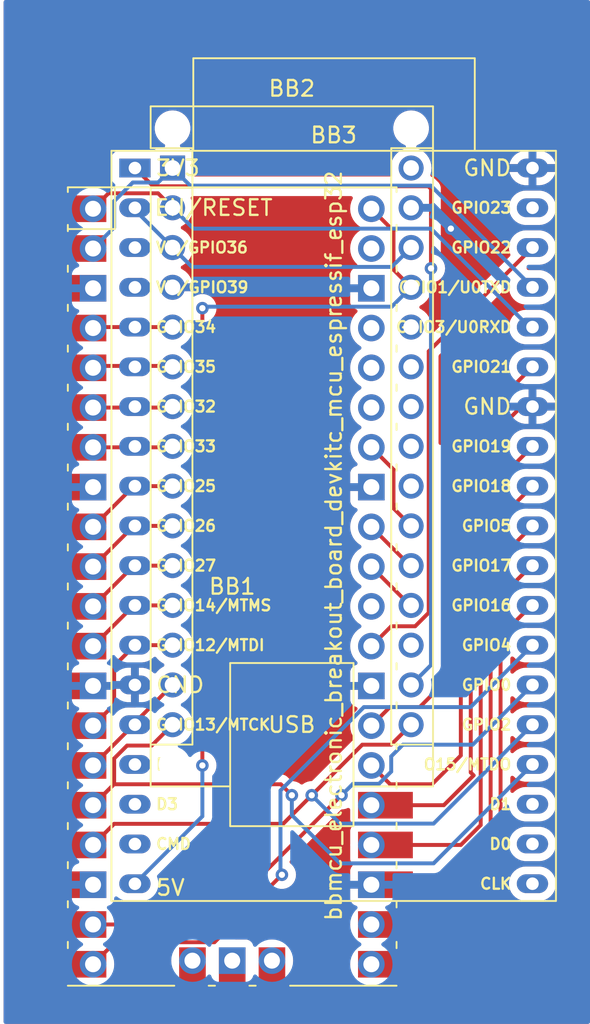
<source format=kicad_pcb>
(kicad_pcb (version 20221018) (generator pcbnew)
  (layers (0 "F.Cu" signal) (31 "B.Cu" signal) (34 "B.Paste" user) (35 "F.Paste" user) (36 "B.SilkS" user "B.Silkscreen") (37 "F.SilkS" user "F.Silkscreen") (38 "B.Mask" user) (39 "F.Mask" user) (44 "Edge.Cuts" user))
  (net 0 "")
  (net 1 "/d1_zz")
  (net 2 "/d0_zz")
  (net 3 "/reset_zz")
  (net 4 "GND")
  (net 5 "/d2_zz")
  (net 6 "/d3_zz")
  (net 7 "/d4_zz")
  (net 8 "/d5_zz")
  (net 9 "/d6_zz")
  (net 10 "/d7_zz")
  (net 11 "/d8_zz")
  (net 12 "/d9_zz")
  (net 13 "/d10_zz")
  (net 14 "/d11_zz")
  (net 15 "/d12_zz")
  (net 16 "/d13_zz")
  (net 17 "+3V3")
  (net 18 "/aref_zz")
  (net 19 "/a0_zz")
  (net 20 "/a1_zz")
  (net 21 "/a2_zz")
  (net 22 "/a3_zz")
  (net 23 "/a4_zz")
  (net 24 "/a5_zz")
  (net 25 "/a6_zz")
  (net 26 "/a7_zz")
  (net 27 "+5V")
  (net 28 "/vin_zz")
  (net 37 "/d14_zz")
  (net 38 "/d15_zz")
  (net 39 "/d16_zz")
  (net 40 "/d17_zz")
  (net 41 "/d18_zz")
  (net 42 "/d19_zz")
  (net 43 "/d20_zz")
  (net 44 "/d21_zz")
  (net 45 "/d22_zz")
  (net 46 "/d23_zz")
  (net 47 "/run_zz")
  (net 48 "/ref_zz")
  (net 49 "/3v3_out_zz")
  (net 50 "/3v3_enable_zz")
  (net 51 "/vsys_zz")
  (footprint "oomlout_oomp_part_footprints:bbmcu_electronic_breakout_board_devkitc_mcu_espressif_esp32" (layer "F.Cu") (at 54.745 44.38812)
    (fp_text reference "BB3" (at 12.7 -2.1) (layer "F.SilkS"))
    (fp_text value "bbmcu_electronic_breakout_board_devkitc_mcu_espressif_esp32" (at 12.7 24.13 90) (layer "F.SilkS"))
    (fp_text user "GPIO14/MTMS" (at 1.27 27.94 unlocked) (layer "F.SilkS") (effects (font (size 0.7 0.7)) (justify left)))
    (fp_text user "GND" (at 24.13 15.24 unlocked) (layer "F.SilkS") (effects (justify right)))
    (fp_text user "GND" (at 24.13 0 unlocked) (layer "F.SilkS") (effects (justify right)))
    (fp_text user "GPIO35" (at 1.27 12.7 unlocked) (layer "F.SilkS") (effects (font (size 0.7 0.7)) (justify left)))
    (fp_text user "D3" (at 1.27 40.64 unlocked) (layer "F.SilkS") (effects (font (size 0.7 0.7)) (justify left)))
    (fp_text user "GPIO13/MTCK" (at 1.27 35.56 unlocked) (layer "F.SilkS") (effects (font (size 0.7 0.7)) (justify left)))
    (fp_text user "GPIO18" (at 24.13 20.32 unlocked) (layer "F.SilkS") (effects (font (size 0.7 0.7)) (justify right)))
    (fp_text user "GPIO27" (at 1.27 25.4 unlocked) (layer "F.SilkS") (effects (font (size 0.7 0.7)) (justify left)))
    (fp_text user "GPIO34" (at 1.27 10.16 unlocked) (layer "F.SilkS") (effects (font (size 0.7 0.7)) (justify left)))
    (fp_text user "3V3" (at 1.27 0 unlocked) (layer "F.SilkS") (effects (justify left)))
    (fp_text user "GPIO0" (at 24.13 33.02 unlocked) (layer "F.SilkS") (effects (font (size 0.7 0.7)) (justify right)))
    (fp_text user "GPIO26" (at 1.27 22.86 unlocked) (layer "F.SilkS") (effects (font (size 0.7 0.7)) (justify left)))
    (fp_text user "D1" (at 24.13 40.64 unlocked) (layer "F.SilkS") (effects (font (size 0.7 0.7)) (justify right)))
    (fp_text user "GND" (at 1.27 33.02 unlocked) (layer "F.SilkS") (effects (justify left)))
    (fp_text user "D2" (at 1.27 38.1 unlocked) (layer "F.SilkS") (effects (font (size 0.7 0.7)) (justify left)))
    (fp_text user "GPIO19" (at 24.13 17.78 unlocked) (layer "F.SilkS") (effects (font (size 0.7 0.7)) (justify right)))
    (fp_text user "CMD" (at 1.27 43.18 unlocked) (layer "F.SilkS") (effects (font (size 0.7 0.7)) (justify left)))
    (fp_text user "GPIO25" (at 1.27 20.32 unlocked) (layer "F.SilkS") (effects (font (size 0.7 0.7)) (justify left)))
    (fp_text user "GPIO23" (at 24.13 2.54 unlocked) (layer "F.SilkS") (effects (font (size 0.7 0.7)) (justify right)))
    (fp_text user "GPIO17" (at 24.13 25.4 unlocked) (layer "F.SilkS") (effects (font (size 0.7 0.7)) (justify right)))
    (fp_text user "GPIO22" (at 24.13 5.08 unlocked) (layer "F.SilkS") (effects (font (size 0.7 0.7)) (justify right)))
    (fp_text user "GPIO12/MTDI" (at 1.27 30.48 unlocked) (layer "F.SilkS") (effects (font (size 0.7 0.7)) (justify left)))
    (fp_text user "GPIO16" (at 24.13 27.94 unlocked) (layer "F.SilkS") (effects (font (size 0.7 0.7)) (justify right)))
    (fp_text user "GPIO3/U0RXD" (at 24.13 10.16 unlocked) (layer "F.SilkS") (effects (font (size 0.7 0.7)) (justify right)))
    (fp_text user "GPIO5" (at 24.13 22.86 unlocked) (layer "F.SilkS") (effects (font (size 0.7 0.7)) (justify right)))
    (fp_text user "GPIO15/MTDO" (at 24.13 38.1 unlocked) (layer "F.SilkS") (effects (font (size 0.7 0.7)) (justify right)))
    (fp_text user "VN/GPIO39" (at 1.27 7.62 unlocked) (layer "F.SilkS") (effects (font (size 0.7 0.7)) (justify left)))
    (fp_text user "GPIO33" (at 1.27 17.78 unlocked) (layer "F.SilkS") (effects (font (size 0.7 0.7)) (justify left)))
    (fp_text user "5V" (at 1.26632 45.97128 unlocked) (layer "F.SilkS") (effects (justify left)))
    (fp_text user "GPIO2" (at 24.13 35.56 unlocked) (layer "F.SilkS") (effects (font (size 0.7 0.7)) (justify right)))
    (fp_text user "GPIO21" (at 24.13 12.7 unlocked) (layer "F.SilkS") (effects (font (size 0.7 0.7)) (justify right)))
    (fp_text user "CLK" (at 24.13 45.72 unlocked) (layer "F.SilkS") (effects (font (size 0.7 0.7)) (justify right)))
    (fp_text user "GPIO4" (at 24.13 30.48 unlocked) (layer "F.SilkS") (effects (font (size 0.7 0.7)) (justify right)))
    (fp_text user "EN/RESET" (at 8.88632 2.53728 unlocked) (layer "F.SilkS") (effects (justify right)))
    (fp_text user "VP/GPIO36" (at 1.27 5.08 unlocked) (layer "F.SilkS") (effects (font (size 0.7 0.7)) (justify left)))
    (fp_text user "D0" (at 24.13 43.18 unlocked) (layer "F.SilkS") (effects (font (size 0.7 0.7)) (justify right)))
    (fp_text user "GPIO1/U0TXD" (at 24.13 7.62 unlocked) (layer "F.SilkS") (effects (font (size 0.7 0.7)) (justify right)))
    (fp_text user "GPIO32" (at 1.27 15.24 unlocked) (layer "F.SilkS") (effects (font (size 0.7 0.7)) (justify left)))
    (fp_line (start -1.5 46.82) (end 26.899999 46.82) (stroke (width 0.12)) (layer "F.SilkS"))
    (fp_line (start -1.499999 -1.1) (end -1.5 46.82) (stroke (width 0.12)) (layer "F.SilkS"))
    (fp_line (start 3.73012 -7.01312) (end 21.71332 -7.01312) (stroke (width 0.12)) (layer "F.SilkS"))
    (fp_line (start 3.73012 -1.12032) (end 3.73012 -7.01312) (stroke (width 0.12)) (layer "F.SilkS"))
    (fp_line (start 21.71332 -7.01312) (end 21.71332 -1.12032) (stroke (width 0.12)) (layer "F.SilkS"))
    (fp_line (start 26.899999 46.82) (end 26.9 -1.1) (stroke (width 0.12)) (layer "F.SilkS"))
    (fp_line (start 26.9 -1.1) (end -1.499999 -1.1) (stroke (width 0.12)) (layer "F.SilkS"))
    (pad "1" thru_hole rect (at 0 0 270) (size 1.2 2) (drill 0.8) (layers "*.Cu" "*.Mask") (net 17 "+3V3"))
    (pad "2" thru_hole oval (at 0 2.54 270) (size 1.2 2) (drill 0.8) (layers "*.Cu" "*.Mask") (net 3 "/reset_zz"))
    (pad "3" thru_hole oval (at 0 5.08 270) (size 1.2 2) (drill 0.8) (layers "*.Cu" "*.Mask"))
    (pad "4" thru_hole oval (at 0 7.62 270) (size 1.2 2) (drill 0.8) (layers "*.Cu" "*.Mask"))
    (pad "5" thru_hole oval (at 0 10.16 270) (size 1.2 2) (drill 0.8) (layers "*.Cu" "*.Mask") (net 5 "/d2_zz"))
    (pad "6" thru_hole oval (at 0 12.7 270) (size 1.2 2) (drill 0.8) (layers "*.Cu" "*.Mask") (net 6 "/d3_zz"))
    (pad "7" thru_hole oval (at 0 15.24 270) (size 1.2 2) (drill 0.8) (layers "*.Cu" "*.Mask") (net 7 "/d4_zz"))
    (pad "8" thru_hole oval (at 0 17.78 270) (size 1.2 2) (drill 0.8) (layers "*.Cu" "*.Mask") (net 8 "/d5_zz"))
    (pad "9" thru_hole oval (at 0 20.32 270) (size 1.2 2) (drill 0.8) (layers "*.Cu" "*.Mask") (net 9 "/d6_zz"))
    (pad "10" thru_hole oval (at 0 22.86 270) (size 1.2 2) (drill 0.8) (layers "*.Cu" "*.Mask") (net 10 "/d7_zz"))
    (pad "11" thru_hole oval (at 0 25.4 270) (size 1.2 2) (drill 0.8) (layers "*.Cu" "*.Mask") (net 11 "/d8_zz"))
    (pad "12" thru_hole oval (at 0 27.94 270) (size 1.2 2) (drill 0.8) (layers "*.Cu" "*.Mask") (net 12 "/d9_zz"))
    (pad "13" thru_hole oval (at 0 30.48 270) (size 1.2 2) (drill 0.8) (layers "*.Cu" "*.Mask") (net 13 "/d10_zz"))
    (pad "14" thru_hole oval (at 0 33.02 270) (size 1.2 2) (drill 0.8) (layers "*.Cu" "*.Mask") (net 4 "GND"))
    (pad "15" thru_hole oval (at 0 35.56 270) (size 1.2 2) (drill 0.8) (layers "*.Cu" "*.Mask") (net 14 "/d11_zz"))
    (pad "16" thru_hole oval (at 0 38.1 270) (size 1.2 2) (drill 0.8) (layers "*.Cu" "*.Mask"))
    (pad "17" thru_hole oval (at 0 40.64 270) (size 1.2 2) (drill 0.8) (layers "*.Cu" "*.Mask"))
    (pad "18" thru_hole oval (at 0 43.18 270) (size 1.2 2) (drill 0.8) (layers "*.Cu" "*.Mask"))
    (pad "19" thru_hole oval (at 0 45.72 270) (size 1.2 2) (drill 0.8) (layers "*.Cu" "*.Mask") (net 27 "+5V"))
    (pad "20" thru_hole oval (at 25.39632 45.71728 270) (size 1.2 2) (drill 0.8) (layers "*.Cu" "*.Mask"))
    (pad "21" thru_hole oval (at 25.39632 43.17728 270) (size 1.2 2) (drill 0.8) (layers "*.Cu" "*.Mask"))
    (pad "22" thru_hole oval (at 25.4 40.64 270) (size 1.2 2) (drill 0.8) (layers "*.Cu" "*.Mask"))
    (pad "23" thru_hole oval (at 25.4 38.1 270) (size 1.2 2) (drill 0.8) (layers "*.Cu" "*.Mask") (net 15 "/d12_zz"))
    (pad "24" thru_hole oval (at 25.4 35.56 270) (size 1.2 2) (drill 0.8) (layers "*.Cu" "*.Mask") (net 16 "/d13_zz"))
    (pad "25" thru_hole oval (at 25.4 33.02 270) (size 1.2 2) (drill 0.8) (layers "*.Cu" "*.Mask") (net 37 "/d14_zz"))
    (pad "26" thru_hole oval (at 25.4 30.48 270) (size 1.2 2) (drill 0.8) (layers "*.Cu" "*.Mask") (net 38 "/d15_zz"))
    (pad "27" thru_hole oval (at 25.4 27.94 270) (size 1.2 2) (drill 0.8) (layers "*.Cu" "*.Mask") (net 39 "/d16_zz"))
    (pad "28" thru_hole oval (at 25.4 25.4 270) (size 1.2 2) (drill 0.8) (layers "*.Cu" "*.Mask") (net 40 "/d17_zz"))
    (pad "29" thru_hole oval (at 25.4 22.86 270) (size 1.2 2) (drill 0.8) (layers "*.Cu" "*.Mask") (net 41 "/d18_zz"))
    (pad "30" thru_hole oval (at 25.4 20.32 270) (size 1.2 2) (drill 0.8) (layers "*.Cu" "*.Mask") (net 42 "/d19_zz"))
    (pad "31" thru_hole oval (at 25.4 17.78 270) (size 1.2 2) (drill 0.8) (layers "*.Cu" "*.Mask") (net 43 "/d20_zz"))
    (pad "32" thru_hole oval (at 25.4 15.24 270) (size 1.2 2) (drill 0.8) (layers "*.Cu" "*.Mask") (net 4 "GND"))
    (pad "33" thru_hole oval (at 25.4 12.7 270) (size 1.2 2) (drill 0.8) (layers "*.Cu" "*.Mask") (net 44 "/d21_zz"))
    (pad "34" thru_hole oval (at 25.4 10.16 270) (size 1.2 2) (drill 0.8) (layers "*.Cu" "*.Mask") (net 2 "/d0_zz"))
    (pad "35" thru_hole oval (at 25.4 7.62 270) (size 1.2 2) (drill 0.8) (layers "*.Cu" "*.Mask") (net 1 "/d1_zz"))
    (pad "36" thru_hole oval (at 25.4 5.08 270) (size 1.2 2) (drill 0.8) (layers "*.Cu" "*.Mask") (net 45 "/d22_zz"))
    (pad "37" thru_hole oval (at 25.4 2.54 270) (size 1.2 2) (drill 0.8) (layers "*.Cu" "*.Mask") (net 46 "/d23_zz"))
    (pad "38" thru_hole oval (at 25.4 0 270) (size 1.2 2) (drill 0.8) (layers "*.Cu" "*.Mask") (net 4 "GND"))
  )
  (footprint "oomlout_oomp_part_footprints:bbmcu_electronic_breakout_board_pico_mcu_raspberry_pi_2040" (layer "F.Cu") (at 60.96 71.12)
    (fp_text reference "BB1" (at 0 0) (layer "F.SilkS"))
    (fp_text value "bbmcu_electronic_breakout_board_pico_mcu_raspberry_pi_2040" hide)
    (fp_line (start -10.5 -25.5) (end -10.5 -25.2) (stroke (width 0.12)) (layer "F.SilkS"))
    (fp_line (start -10.5 -25.5) (end 10.5 -25.5) (stroke (width 0.12)) (layer "F.SilkS"))
    (fp_line (start -10.5 -23.1) (end -10.5 -22.7) (stroke (width 0.12)) (layer "F.SilkS"))
    (fp_line (start -10.5 -22.833) (end -7.493 -22.833) (stroke (width 0.12)) (layer "F.SilkS"))
    (fp_line (start -10.5 -20.5) (end -10.5 -20.1) (stroke (width 0.12)) (layer "F.SilkS"))
    (fp_line (start -10.5 -18) (end -10.5 -17.6) (stroke (width 0.12)) (layer "F.SilkS"))
    (fp_line (start -10.5 -15.4) (end -10.5 -15) (stroke (width 0.12)) (layer "F.SilkS"))
    (fp_line (start -10.5 -12.9) (end -10.5 -12.5) (stroke (width 0.12)) (layer "F.SilkS"))
    (fp_line (start -10.5 -10.4) (end -10.5 -10) (stroke (width 0.12)) (layer "F.SilkS"))
    (fp_line (start -10.5 -7.8) (end -10.5 -7.4) (stroke (width 0.12)) (layer "F.SilkS"))
    (fp_line (start -10.5 -5.3) (end -10.5 -4.9) (stroke (width 0.12)) (layer "F.SilkS"))
    (fp_line (start -10.5 -2.7) (end -10.5 -2.3) (stroke (width 0.12)) (layer "F.SilkS"))
    (fp_line (start -10.5 -0.2) (end -10.5 0.2) (stroke (width 0.12)) (layer "F.SilkS"))
    (fp_line (start -10.5 2.3) (end -10.5 2.7) (stroke (width 0.12)) (layer "F.SilkS"))
    (fp_line (start -10.5 4.9) (end -10.5 5.3) (stroke (width 0.12)) (layer "F.SilkS"))
    (fp_line (start -10.5 7.4) (end -10.5 7.8) (stroke (width 0.12)) (layer "F.SilkS"))
    (fp_line (start -10.5 10) (end -10.5 10.4) (stroke (width 0.12)) (layer "F.SilkS"))
    (fp_line (start -10.5 12.5) (end -10.5 12.9) (stroke (width 0.12)) (layer "F.SilkS"))
    (fp_line (start -10.5 15.1) (end -10.5 15.5) (stroke (width 0.12)) (layer "F.SilkS"))
    (fp_line (start -10.5 17.6) (end -10.5 18) (stroke (width 0.12)) (layer "F.SilkS"))
    (fp_line (start -10.5 20.1) (end -10.5 20.5) (stroke (width 0.12)) (layer "F.SilkS"))
    (fp_line (start -10.5 22.7) (end -10.5 23.1) (stroke (width 0.12)) (layer "F.SilkS"))
    (fp_line (start -7.493 -22.833) (end -7.493 -25.5) (stroke (width 0.12)) (layer "F.SilkS"))
    (fp_line (start -3.7 25.5) (end -10.5 25.5) (stroke (width 0.12)) (layer "F.SilkS"))
    (fp_line (start -1.5 25.5) (end -1.1 25.5) (stroke (width 0.12)) (layer "F.SilkS"))
    (fp_line (start 1.1 25.5) (end 1.5 25.5) (stroke (width 0.12)) (layer "F.SilkS"))
    (fp_line (start 10.5 -25.5) (end 10.5 -25.2) (stroke (width 0.12)) (layer "F.SilkS"))
    (fp_line (start 10.5 -23.1) (end 10.5 -22.7) (stroke (width 0.12)) (layer "F.SilkS"))
    (fp_line (start 10.5 -20.5) (end 10.5 -20.1) (stroke (width 0.12)) (layer "F.SilkS"))
    (fp_line (start 10.5 -18) (end 10.5 -17.6) (stroke (width 0.12)) (layer "F.SilkS"))
    (fp_line (start 10.5 -15.4) (end 10.5 -15) (stroke (width 0.12)) (layer "F.SilkS"))
    (fp_line (start 10.5 -12.9) (end 10.5 -12.5) (stroke (width 0.12)) (layer "F.SilkS"))
    (fp_line (start 10.5 -10.4) (end 10.5 -10) (stroke (width 0.12)) (layer "F.SilkS"))
    (fp_line (start 10.5 -7.8) (end 10.5 -7.4) (stroke (width 0.12)) (layer "F.SilkS"))
    (fp_line (start 10.5 -5.3) (end 10.5 -4.9) (stroke (width 0.12)) (layer "F.SilkS"))
    (fp_line (start 10.5 -2.7) (end 10.5 -2.3) (stroke (width 0.12)) (layer "F.SilkS"))
    (fp_line (start 10.5 -0.2) (end 10.5 0.2) (stroke (width 0.12)) (layer "F.SilkS"))
    (fp_line (start 10.5 2.3) (end 10.5 2.7) (stroke (width 0.12)) (layer "F.SilkS"))
    (fp_line (start 10.5 4.9) (end 10.5 5.3) (stroke (width 0.12)) (layer "F.SilkS"))
    (fp_line (start 10.5 7.4) (end 10.5 7.8) (stroke (width 0.12)) (layer "F.SilkS"))
    (fp_line (start 10.5 10) (end 10.5 10.4) (stroke (width 0.12)) (layer "F.SilkS"))
    (fp_line (start 10.5 12.5) (end 10.5 12.9) (stroke (width 0.12)) (layer "F.SilkS"))
    (fp_line (start 10.5 15.1) (end 10.5 15.5) (stroke (width 0.12)) (layer "F.SilkS"))
    (fp_line (start 10.5 17.6) (end 10.5 18) (stroke (width 0.12)) (layer "F.SilkS"))
    (fp_line (start 10.5 20.1) (end 10.5 20.5) (stroke (width 0.12)) (layer "F.SilkS"))
    (fp_line (start 10.5 22.7) (end 10.5 23.1) (stroke (width 0.12)) (layer "F.SilkS"))
    (fp_line (start 10.5 25.5) (end 3.7 25.5) (stroke (width 0.12)) (layer "F.SilkS"))
    (pad "1" thru_hole oval (at -8.89 -24.13) (size 1.7 1.7) (drill 1.02) (layers "*.Cu" "*.Mask") (net 2 "/d0_zz"))
    (pad "1" smd rect (at -8.89 -24.13) (size 3.5 1.7) (drill (offset -0.9 0)) (layers "F.Cu" "F.Mask") (net 2 "/d0_zz"))
    (pad "2" thru_hole oval (at -8.89 -21.59) (size 1.7 1.7) (drill 1.02) (layers "*.Cu" "*.Mask") (net 1 "/d1_zz"))
    (pad "2" smd rect (at -8.89 -21.59) (size 3.5 1.7) (drill (offset -0.9 0)) (layers "F.Cu" "F.Mask") (net 1 "/d1_zz"))
    (pad "3" thru_hole rect (at -8.89 -19.05) (size 1.7 1.7) (drill 1.02) (layers "*.Cu" "*.Mask") (net 4 "GND"))
    (pad "3" smd rect (at -8.89 -19.05) (size 3.5 1.7) (drill (offset -0.9 0)) (layers "F.Cu" "F.Mask") (net 4 "GND"))
    (pad "4" thru_hole oval (at -8.89 -16.51) (size 1.7 1.7) (drill 1.02) (layers "*.Cu" "*.Mask") (net 5 "/d2_zz"))
    (pad "4" smd rect (at -8.89 -16.51) (size 3.5 1.7) (drill (offset -0.9 0)) (layers "F.Cu" "F.Mask") (net 5 "/d2_zz"))
    (pad "5" thru_hole oval (at -8.89 -13.97) (size 1.7 1.7) (drill 1.02) (layers "*.Cu" "*.Mask") (net 6 "/d3_zz"))
    (pad "5" smd rect (at -8.89 -13.97) (size 3.5 1.7) (drill (offset -0.9 0)) (layers "F.Cu" "F.Mask") (net 6 "/d3_zz"))
    (pad "6" thru_hole oval (at -8.89 -11.43) (size 1.7 1.7) (drill 1.02) (layers "*.Cu" "*.Mask") (net 7 "/d4_zz"))
    (pad "6" smd rect (at -8.89 -11.43) (size 3.5 1.7) (drill (offset -0.9 0)) (layers "F.Cu" "F.Mask") (net 7 "/d4_zz"))
    (pad "7" thru_hole oval (at -8.89 -8.89) (size 1.7 1.7) (drill 1.02) (layers "*.Cu" "*.Mask") (net 8 "/d5_zz"))
    (pad "7" smd rect (at -8.89 -8.89) (size 3.5 1.7) (drill (offset -0.9 0)) (layers "F.Cu" "F.Mask") (net 8 "/d5_zz"))
    (pad "8" thru_hole rect (at -8.89 -6.35) (size 1.7 1.7) (drill 1.02) (layers "*.Cu" "*.Mask") (net 4 "GND"))
    (pad "8" smd rect (at -8.89 -6.35) (size 3.5 1.7) (drill (offset -0.9 0)) (layers "F.Cu" "F.Mask") (net 4 "GND"))
    (pad "9" thru_hole oval (at -8.89 -3.81) (size 1.7 1.7) (drill 1.02) (layers "*.Cu" "*.Mask") (net 9 "/d6_zz"))
    (pad "9" smd rect (at -8.89 -3.81) (size 3.5 1.7) (drill (offset -0.9 0)) (layers "F.Cu" "F.Mask") (net 9 "/d6_zz"))
    (pad "10" thru_hole oval (at -8.89 -1.27) (size 1.7 1.7) (drill 1.02) (layers "*.Cu" "*.Mask") (net 10 "/d7_zz"))
    (pad "10" smd rect (at -8.89 -1.27) (size 3.5 1.7) (drill (offset -0.9 0)) (layers "F.Cu" "F.Mask") (net 10 "/d7_zz"))
    (pad "11" thru_hole oval (at -8.89 1.27) (size 1.7 1.7) (drill 1.02) (layers "*.Cu" "*.Mask") (net 11 "/d8_zz"))
    (pad "11" smd rect (at -8.89 1.27) (size 3.5 1.7) (drill (offset -0.9 0)) (layers "F.Cu" "F.Mask") (net 11 "/d8_zz"))
    (pad "12" thru_hole oval (at -8.89 3.81) (size 1.7 1.7) (drill 1.02) (layers "*.Cu" "*.Mask") (net 12 "/d9_zz"))
    (pad "12" smd rect (at -8.89 3.81) (size 3.5 1.7) (drill (offset -0.9 0)) (layers "F.Cu" "F.Mask") (net 12 "/d9_zz"))
    (pad "13" thru_hole rect (at -8.89 6.35) (size 1.7 1.7) (drill 1.02) (layers "*.Cu" "*.Mask") (net 4 "GND"))
    (pad "13" smd rect (at -8.89 6.35) (size 3.5 1.7) (drill (offset -0.9 0)) (layers "F.Cu" "F.Mask") (net 4 "GND"))
    (pad "14" thru_hole oval (at -8.89 8.89) (size 1.7 1.7) (drill 1.02) (layers "*.Cu" "*.Mask") (net 13 "/d10_zz"))
    (pad "14" smd rect (at -8.89 8.89) (size 3.5 1.7) (drill (offset -0.9 0)) (layers "F.Cu" "F.Mask") (net 13 "/d10_zz"))
    (pad "15" thru_hole oval (at -8.89 11.43) (size 1.7 1.7) (drill 1.02) (layers "*.Cu" "*.Mask") (net 14 "/d11_zz"))
    (pad "15" smd rect (at -8.89 11.43) (size 3.5 1.7) (drill (offset -0.9 0)) (layers "F.Cu" "F.Mask") (net 14 "/d11_zz"))
    (pad "16" thru_hole oval (at -8.89 13.97) (size 1.7 1.7) (drill 1.02) (layers "*.Cu" "*.Mask") (net 15 "/d12_zz"))
    (pad "16" smd rect (at -8.89 13.97) (size 3.5 1.7) (drill (offset -0.9 0)) (layers "F.Cu" "F.Mask") (net 15 "/d12_zz"))
    (pad "17" thru_hole oval (at -8.89 16.51) (size 1.7 1.7) (drill 1.02) (layers "*.Cu" "*.Mask") (net 16 "/d13_zz"))
    (pad "17" smd rect (at -8.89 16.51) (size 3.5 1.7) (drill (offset -0.9 0)) (layers "F.Cu" "F.Mask") (net 16 "/d13_zz"))
    (pad "18" thru_hole rect (at -8.89 19.05) (size 1.7 1.7) (drill 1.02) (layers "*.Cu" "*.Mask") (net 4 "GND"))
    (pad "18" smd rect (at -8.89 19.05) (size 3.5 1.7) (drill (offset -0.9 0)) (layers "F.Cu" "F.Mask") (net 4 "GND"))
    (pad "19" thru_hole oval (at -8.89 21.59) (size 1.7 1.7) (drill 1.02) (layers "*.Cu" "*.Mask") (net 37 "/d14_zz"))
    (pad "19" smd rect (at -8.89 21.59) (size 3.5 1.7) (drill (offset -0.9 0)) (layers "F.Cu" "F.Mask") (net 37 "/d14_zz"))
    (pad "20" thru_hole oval (at -8.89 24.13) (size 1.7 1.7) (drill 1.02) (layers "*.Cu" "*.Mask") (net 38 "/d15_zz"))
    (pad "20" smd rect (at -8.89 24.13) (size 3.5 1.7) (drill (offset -0.9 0)) (layers "F.Cu" "F.Mask") (net 38 "/d15_zz"))
    (pad "21" thru_hole oval (at 8.89 24.13) (size 1.7 1.7) (drill 1.02) (layers "*.Cu" "*.Mask") (net 39 "/d16_zz"))
    (pad "21" smd rect (at 8.89 24.13) (size 3.5 1.7) (drill (offset 0.9 0)) (layers "F.Cu" "F.Mask") (net 39 "/d16_zz"))
    (pad "22" thru_hole oval (at 8.89 21.59) (size 1.7 1.7) (drill 1.02) (layers "*.Cu" "*.Mask") (net 40 "/d17_zz"))
    (pad "22" smd rect (at 8.89 21.59) (size 3.5 1.7) (drill (offset 0.9 0)) (layers "F.Cu" "F.Mask") (net 40 "/d17_zz"))
    (pad "23" thru_hole rect (at 8.89 19.05) (size 1.7 1.7) (drill 1.02) (layers "*.Cu" "*.Mask") (net 4 "GND"))
    (pad "23" smd rect (at 8.89 19.05) (size 3.5 1.7) (drill (offset 0.9 0)) (layers "F.Cu" "F.Mask") (net 4 "GND"))
    (pad "24" thru_hole oval (at 8.89 16.51) (size 1.7 1.7) (drill 1.02) (layers "*.Cu" "*.Mask") (net 41 "/d18_zz"))
    (pad "24" smd rect (at 8.89 16.51) (size 3.5 1.7) (drill (offset 0.9 0)) (layers "F.Cu" "F.Mask") (net 41 "/d18_zz"))
    (pad "25" thru_hole oval (at 8.89 13.97) (size 1.7 1.7) (drill 1.02) (layers "*.Cu" "*.Mask") (net 42 "/d19_zz"))
    (pad "25" smd rect (at 8.89 13.97) (size 3.5 1.7) (drill (offset 0.9 0)) (layers "F.Cu" "F.Mask") (net 42 "/d19_zz"))
    (pad "26" thru_hole oval (at 8.89 11.43) (size 1.7 1.7) (drill 1.02) (layers "*.Cu" "*.Mask") (net 43 "/d20_zz"))
    (pad "27" thru_hole oval (at 8.89 8.89) (size 1.7 1.7) (drill 1.02) (layers "*.Cu" "*.Mask") (net 44 "/d21_zz"))
    (pad "28" thru_hole rect (at 8.89 6.35) (size 1.7 1.7) (drill 1.02) (layers "*.Cu" "*.Mask") (net 4 "GND"))
    (pad "29" thru_hole oval (at 8.89 3.81) (size 1.7 1.7) (drill 1.02) (layers "*.Cu" "*.Mask") (net 45 "/d22_zz"))
    (pad "30" thru_hole oval (at 8.89 1.27) (size 1.7 1.7) (drill 1.02) (layers "*.Cu" "*.Mask") (net 47 "/run_zz"))
    (pad "31" thru_hole oval (at 8.89 -1.27) (size 1.7 1.7) (drill 1.02) (layers "*.Cu" "*.Mask") (net 19 "/a0_zz"))
    (pad "32" thru_hole oval (at 8.89 -3.81) (size 1.7 1.7) (drill 1.02) (layers "*.Cu" "*.Mask") (net 20 "/a1_zz"))
    (pad "33" thru_hole rect (at 8.89 -6.35) (size 1.7 1.7) (drill 1.02) (layers "*.Cu" "*.Mask") (net 4 "GND"))
    (pad "34" thru_hole oval (at 8.89 -8.89) (size 1.7 1.7) (drill 1.02) (layers "*.Cu" "*.Mask") (net 21 "/a2_zz"))
    (pad "35" thru_hole oval (at 8.89 -11.43) (size 1.7 1.7) (drill 1.02) (layers "*.Cu" "*.Mask") (net 48 "/ref_zz"))
    (pad "36" thru_hole oval (at 8.89 -13.97) (size 1.7 1.7) (drill 1.02) (layers "*.Cu" "*.Mask") (net 49 "/3v3_out_zz"))
    (pad "37" thru_hole oval (at 8.89 -16.51) (size 1.7 1.7) (drill 1.02) (layers "*.Cu" "*.Mask") (net 50 "/3v3_enable_zz"))
    (pad "38" thru_hole rect (at 8.89 -19.05) (size 1.7 1.7) (drill 1.02) (layers "*.Cu" "*.Mask") (net 4 "GND"))
    (pad "39" thru_hole oval (at 8.89 -21.59) (size 1.7 1.7) (drill 1.02) (layers "*.Cu" "*.Mask") (net 51 "/vsys_zz"))
    (pad "40" thru_hole oval (at 8.89 -24.13) (size 1.7 1.7) (drill 1.02) (layers "*.Cu" "*.Mask") (net 27 "+5V"))
    (pad "41" thru_hole oval (at -2.54 23.9) (size 1.7 1.7) (drill 1.02) (layers "*.Cu" "*.Mask"))
    (pad "41" smd rect (at -2.54 23.9 90) (size 3.5 1.7) (drill (offset -0.9 0)) (layers "F.Cu" "F.Mask"))
    (pad "42" thru_hole rect (at 0 23.9) (size 1.7 1.7) (drill 1.02) (layers "*.Cu" "*.Mask"))
    (pad "42" smd rect (at 0 23.9 90) (size 3.5 1.7) (drill (offset -0.9 0)) (layers "F.Cu" "F.Mask"))
    (pad "43" thru_hole oval (at 2.54 23.9) (size 1.7 1.7) (drill 1.02) (layers "*.Cu" "*.Mask"))
    (pad "43" smd rect (at 2.54 23.9 90) (size 3.5 1.7) (drill (offset -0.9 0)) (layers "F.Cu" "F.Mask"))
  )
  (footprint "oomlout_oomp_part_footprints:bbmcu_electronic_breakout_board_shennie_mcu_atmega328p_arduino_compatible" (layer "F.Cu") (at 57.15 44.38812)
    (fp_text reference "BB2" (at 7.62 -5.08) (layer "F.SilkS"))
    (fp_text value "bbmcu_electronic_breakout_board_shennie_mcu_atmega328p")
    (fp_text user "USB" (at 7.62 35.56 unlocked) (layer "F.SilkS"))
    (fp_line (start -1.4 -3.94) (end -1.4 -1.27) (stroke (width 0.12)) (layer "F.SilkS"))
    (fp_line (start -1.4 1.27) (end -1.4 39.5) (stroke (width 0.12)) (layer "F.SilkS"))
    (fp_line (start -1.4 39.5) (end 3.68 39.5) (stroke (width 0.12)) (layer "F.SilkS"))
    (fp_line (start 1.27 -1.27) (end -1.4 -1.27) (stroke (width 0.12)) (layer "F.SilkS"))
    (fp_line (start 1.27 1.27) (end -1.4 1.27) (stroke (width 0.12)) (layer "F.SilkS"))
    (fp_line (start 1.27 1.27) (end 1.27 -1.27) (stroke (width 0.12)) (layer "F.SilkS"))
    (fp_line (start 1.27 1.27) (end 1.27 36.83) (stroke (width 0.12)) (layer "F.SilkS"))
    (fp_line (start 1.27 36.83) (end -1.4 36.83) (stroke (width 0.12)) (layer "F.SilkS"))
    (fp_line (start 3.68 31.62) (end 11.56 31.62) (stroke (width 0.12)) (layer "F.SilkS"))
    (fp_line (start 3.68 42.04) (end 3.68 31.62) (stroke (width 0.12)) (layer "F.SilkS"))
    (fp_line (start 11.56 31.62) (end 11.56 42.04) (stroke (width 0.12)) (layer "F.SilkS"))
    (fp_line (start 11.56 42.04) (end 3.68 42.04) (stroke (width 0.12)) (layer "F.SilkS"))
    (fp_line (start 13.97 -1.27) (end 13.97 36.83) (stroke (width 0.12)) (layer "F.SilkS"))
    (fp_line (start 13.97 -1.27) (end 16.64 -1.27) (stroke (width 0.12)) (layer "F.SilkS"))
    (fp_line (start 13.97 36.83) (end 16.64 36.83) (stroke (width 0.12)) (layer "F.SilkS"))
    (fp_line (start 16.64 -3.94) (end -1.4 -3.94) (stroke (width 0.12)) (layer "F.SilkS"))
    (fp_line (start 16.64 39.5) (end 11.56 39.5) (stroke (width 0.12)) (layer "F.SilkS"))
    (fp_line (start 16.64 39.5) (end 16.64 -3.94) (stroke (width 0.12)) (layer "F.SilkS"))
    (pad "" np_thru_hole circle (at 0 -2.54) (size 1.78 1.78) (drill 1.78) (layers "*.Cu" "*.Mask"))
    (pad "" np_thru_hole circle (at 0 38.1) (size 1.78 1.78) (drill 1.78) (layers "*.Cu" "*.Mask"))
    (pad "" np_thru_hole circle (at 15.24 -2.54) (size 1.78 1.78) (drill 1.78) (layers "*.Cu" "*.Mask"))
    (pad "" np_thru_hole circle (at 15.24 38.1) (size 1.78 1.78) (drill 1.78) (layers "*.Cu" "*.Mask"))
    (pad "1" thru_hole rect (at 0 0) (size 1.6 1.6) (drill 1) (layers "*.Cu" "*.Mask") (net 1 "/d1_zz"))
    (pad "2" thru_hole oval (at 0 2.54) (size 1.6 1.6) (drill 1) (layers "*.Cu" "*.Mask") (net 2 "/d0_zz"))
    (pad "3" thru_hole oval (at 0 5.08) (size 1.6 1.6) (drill 1) (layers "*.Cu" "*.Mask") (net 3 "/reset_zz"))
    (pad "4" thru_hole oval (at 0 7.62) (size 1.6 1.6) (drill 1) (layers "*.Cu" "*.Mask") (net 4 "GND"))
    (pad "5" thru_hole oval (at 0 10.16) (size 1.6 1.6) (drill 1) (layers "*.Cu" "*.Mask") (net 5 "/d2_zz"))
    (pad "6" thru_hole oval (at 0 12.7) (size 1.6 1.6) (drill 1) (layers "*.Cu" "*.Mask") (net 6 "/d3_zz"))
    (pad "7" thru_hole oval (at 0 15.24) (size 1.6 1.6) (drill 1) (layers "*.Cu" "*.Mask") (net 7 "/d4_zz"))
    (pad "8" thru_hole oval (at 0 17.78) (size 1.6 1.6) (drill 1) (layers "*.Cu" "*.Mask") (net 8 "/d5_zz"))
    (pad "9" thru_hole oval (at 0 20.32) (size 1.6 1.6) (drill 1) (layers "*.Cu" "*.Mask") (net 9 "/d6_zz"))
    (pad "10" thru_hole oval (at 0 22.86) (size 1.6 1.6) (drill 1) (layers "*.Cu" "*.Mask") (net 10 "/d7_zz"))
    (pad "11" thru_hole oval (at 0 25.4) (size 1.6 1.6) (drill 1) (layers "*.Cu" "*.Mask") (net 11 "/d8_zz"))
    (pad "12" thru_hole oval (at 0 27.94) (size 1.6 1.6) (drill 1) (layers "*.Cu" "*.Mask") (net 12 "/d9_zz"))
    (pad "13" thru_hole oval (at 0 30.48) (size 1.6 1.6) (drill 1) (layers "*.Cu" "*.Mask") (net 13 "/d10_zz"))
    (pad "14" thru_hole oval (at 0 33.02) (size 1.6 1.6) (drill 1) (layers "*.Cu" "*.Mask") (net 14 "/d11_zz"))
    (pad "15" thru_hole oval (at 0 35.56) (size 1.6 1.6) (drill 1) (layers "*.Cu" "*.Mask") (net 15 "/d12_zz"))
    (pad "16" thru_hole oval (at 15.24 35.56) (size 1.6 1.6) (drill 1) (layers "*.Cu" "*.Mask") (net 16 "/d13_zz"))
    (pad "17" thru_hole oval (at 15.24 33.02) (size 1.6 1.6) (drill 1) (layers "*.Cu" "*.Mask") (net 17 "+3V3"))
    (pad "18" thru_hole oval (at 15.24 30.48) (size 1.6 1.6) (drill 1) (layers "*.Cu" "*.Mask") (net 18 "/aref_zz"))
    (pad "19" thru_hole oval (at 15.24 27.94) (size 1.6 1.6) (drill 1) (layers "*.Cu" "*.Mask") (net 19 "/a0_zz"))
    (pad "20" thru_hole oval (at 15.24 25.4) (size 1.6 1.6) (drill 1) (layers "*.Cu" "*.Mask") (net 20 "/a1_zz"))
    (pad "21" thru_hole oval (at 15.24 22.86) (size 1.6 1.6) (drill 1) (layers "*.Cu" "*.Mask") (net 21 "/a2_zz"))
    (pad "22" thru_hole oval (at 15.24 20.32) (size 1.6 1.6) (drill 1) (layers "*.Cu" "*.Mask") (net 22 "/a3_zz"))
    (pad "23" thru_hole oval (at 15.24 17.78) (size 1.6 1.6) (drill 1) (layers "*.Cu" "*.Mask") (net 23 "/a4_zz"))
    (pad "24" thru_hole oval (at 15.24 15.24) (size 1.6 1.6) (drill 1) (layers "*.Cu" "*.Mask") (net 24 "/a5_zz"))
    (pad "25" thru_hole oval (at 15.24 12.7) (size 1.6 1.6) (drill 1) (layers "*.Cu" "*.Mask") (net 25 "/a6_zz"))
    (pad "26" thru_hole oval (at 15.24 10.16) (size 1.6 1.6) (drill 1) (layers "*.Cu" "*.Mask") (net 26 "/a7_zz"))
    (pad "27" thru_hole oval (at 15.24 7.62) (size 1.6 1.6) (drill 1) (layers "*.Cu" "*.Mask") (net 27 "+5V"))
    (pad "28" thru_hole oval (at 15.24 5.08) (size 1.6 1.6) (drill 1) (layers "*.Cu" "*.Mask") (net 3 "/reset_zz"))
    (pad "29" thru_hole oval (at 15.24 2.54) (size 1.6 1.6) (drill 1) (layers "*.Cu" "*.Mask") (net 4 "GND"))
    (pad "30" thru_hole oval (at 15.24 0) (size 1.6 1.6) (drill 1) (layers "*.Cu" "*.Mask") (net 28 "/vin_zz"))
  )
  (segment (start 53.42 48.18) (end 53.42 46.50312) (width 0.25) (layer "B.Cu") (net 1))
  (segment (start 52.07 49.53) (end 53.42 48.18) (width 0.25) (layer "B.Cu") (net 1))
  (segment (start 56.225 45.31312) (end 57.15 44.38812) (width 0.25) (layer "B.Cu") (net 1))
  (segment (start 58.275 45.51312) (end 57.15 44.38812) (width 0.25) (layer "B.Cu") (net 1))
  (segment (start 73.65 45.51312) (end 58.275 45.51312) (width 0.25) (layer "B.Cu") (net 1))
  (segment (start 80.145 52.00812) (end 73.65 45.51312) (width 0.25) (layer "B.Cu") (net 1))
  (segment (start 54.61 45.31312) (end 56.225 45.31312) (width 0.25) (layer "B.Cu") (net 1))
  (segment (start 53.42 46.50312) (end 54.61 45.31312) (width 0.25) (layer "B.Cu") (net 1))
  (segment (start 53.05688 46.00312) (end 56.225 46.00312) (width 0.25) (layer "F.Cu") (net 2))
  (segment (start 52.07 46.99) (end 53.05688 46.00312) (width 0.25) (layer "F.Cu") (net 2))
  (segment (start 56.225 46.00312) (end 57.15 46.92812) (width 0.25) (layer "F.Cu") (net 2))
  (segment (start 58.48188 48.26) (end 73.66 48.26) (width 0.25) (layer "B.Cu") (net 2))
  (segment (start 73.66 48.26) (end 79.94812 54.54812) (width 0.25) (layer "B.Cu") (net 2))
  (segment (start 57.15 46.92812) (end 58.48188 48.26) (width 0.25) (layer "B.Cu") (net 2))
  (segment (start 79.94812 54.54812) (end 80.145 54.54812) (width 0.25) (layer "B.Cu") (net 2))
  (segment (start 58.38688 50.705) (end 71.15312 50.705) (width 0.25) (layer "B.Cu") (net 3))
  (segment (start 54.745 46.92812) (end 54.745 47.06312) (width 0.25) (layer "B.Cu") (net 3))
  (segment (start 54.745 47.06312) (end 57.15 49.46812) (width 0.25) (layer "B.Cu") (net 3))
  (segment (start 57.15 49.46812) (end 58.38688 50.705) (width 0.25) (layer "B.Cu") (net 3))
  (segment (start 71.15312 50.705) (end 72.39 49.46812) (width 0.25) (layer "B.Cu") (net 3))
  (segment (start 79.43688 59.62812) (end 78.4225 60.6425) (width 0.25) (layer "F.Cu") (net 4))
  (segment (start 80.145 59.62812) (end 79.43688 59.62812) (width 0.25) (layer "F.Cu") (net 4))
  (via (at 74.93 48.26) (size 0.8) (drill 0.4) (layers "F.Cu" "B.Cu") (net 4))
  (segment (start 72.39 46.92812) (end 73.59812 46.92812) (width 0.25) (layer "B.Cu") (net 4))
  (segment (start 73.59812 46.92812) (end 74.93 48.26) (width 0.25) (layer "B.Cu") (net 4))
  (segment (start 52.07 54.61) (end 52.13188 54.54812) (width 0.25) (layer "F.Cu") (net 5))
  (segment (start 52.13188 54.54812) (end 57.15 54.54812) (width 0.25) (layer "F.Cu") (net 5))
  (segment (start 52.07 57.03) (end 57.06 57.03) (width 0.25) (layer "F.Cu") (net 6))
  (segment (start 57.06 57.03) (end 57.15 57.12) (width 0.25) (layer "F.Cu") (net 6))
  (segment (start 57.08812 59.69) (end 57.15 59.62812) (width 0.25) (layer "F.Cu") (net 7))
  (segment (start 52.07 59.69) (end 57.08812 59.69) (width 0.25) (layer "F.Cu") (net 7))
  (segment (start 57.08812 62.23) (end 57.15 62.16812) (width 0.25) (layer "F.Cu") (net 8))
  (segment (start 52.07 62.23) (end 57.08812 62.23) (width 0.25) (layer "F.Cu") (net 8))
  (segment (start 54.67188 64.70812) (end 57.15 64.70812) (width 0.25) (layer "F.Cu") (net 9))
  (segment (start 52.07 67.31) (end 54.67188 64.70812) (width 0.25) (layer "F.Cu") (net 9))
  (segment (start 52.07 69.85) (end 54.67188 67.24812) (width 0.25) (layer "F.Cu") (net 10))
  (segment (start 54.67188 67.24812) (end 57.15 67.24812) (width 0.25) (layer "F.Cu") (net 10))
  (segment (start 52.07 72.39) (end 54.67188 69.78812) (width 0.25) (layer "F.Cu") (net 11))
  (segment (start 54.67188 69.78812) (end 57.15 69.78812) (width 0.25) (layer "F.Cu") (net 11))
  (segment (start 54.67188 72.32812) (end 57.15 72.32812) (width 0.25) (layer "F.Cu") (net 12))
  (segment (start 52.07 74.93) (end 54.67188 72.32812) (width 0.25) (layer "F.Cu") (net 12))
  (segment (start 52.07 80.01) (end 53.42 78.66) (width 0.25) (layer "F.Cu") (net 13))
  (segment (start 54.745 74.86812) (end 57.15 74.86812) (width 0.25) (layer "F.Cu") (net 13))
  (segment (start 53.42 76.19312) (end 54.745 74.86812) (width 0.25) (layer "F.Cu") (net 13))
  (segment (start 53.42 78.66) (end 53.42 76.19312) (width 0.25) (layer "F.Cu") (net 13))
  (segment (start 57.15 77.40812) (end 54.745 79.81312) (width 0.25) (layer "F.Cu") (net 14))
  (segment (start 54.745 79.81312) (end 54.745 79.94812) (width 0.25) (layer "F.Cu") (net 14))
  (segment (start 52.07 82.55) (end 54.67188 79.94812) (width 0.25) (layer "F.Cu") (net 14))
  (segment (start 54.67188 79.94812) (end 54.745 79.94812) (width 0.25) (layer "F.Cu") (net 14))
  (segment (start 52.07 85.09) (end 53.40688 83.75312) (width 0.25) (layer "F.Cu") (net 15))
  (segment (start 54.244972 81.28) (end 55.81812 81.28) (width 0.25) (layer "F.Cu") (net 15))
  (segment (start 53.42 82.104972) (end 54.244972 81.28) (width 0.25) (layer "F.Cu") (net 15))
  (segment (start 55.81812 81.28) (end 57.15 79.94812) (width 0.25) (layer "F.Cu") (net 15))
  (segment (start 52.07 85.09) (end 53.42 83.74) (width 0.25) (layer "F.Cu") (net 15))
  (segment (start 53.42 83.74) (end 53.42 82.104972) (width 0.25) (layer "F.Cu") (net 15))
  (segment (start 53.40688 83.75312) (end 64.06812 83.75312) (width 0.25) (layer "F.Cu") (net 15))
  (segment (start 64.06812 83.75312) (end 64.77 84.455) (width 0.25) (layer "F.Cu") (net 15))
  (via (at 64.77 84.455) (size 0.8) (drill 0.4) (layers "F.Cu" "B.Cu") (net 15))
  (segment (start 64.77 85.725) (end 67.85 88.805) (width 0.25) (layer "B.Cu") (net 15))
  (segment (start 64.77 84.455) (end 64.77 85.725) (width 0.25) (layer "B.Cu") (net 15))
  (segment (start 73.82812 88.805) (end 80.145 82.48812) (width 0.25) (layer "B.Cu") (net 15))
  (segment (start 67.85 88.805) (end 73.82812 88.805) (width 0.25) (layer "B.Cu") (net 15))
  (segment (start 71.115 81.22312) (end 72.39 79.94812) (width 0.25) (layer "F.Cu") (net 16))
  (segment (start 52.07 87.63) (end 53.42 86.28) (width 0.25) (layer "F.Cu") (net 16))
  (segment (start 53.42 86.28) (end 64.215 86.28) (width 0.25) (layer "F.Cu") (net 16))
  (segment (start 69.27188 81.22312) (end 71.115 81.22312) (width 0.25) (layer "F.Cu") (net 16))
  (segment (start 64.215 86.28) (end 69.27188 81.22312) (width 0.25) (layer "F.Cu") (net 16))
  (via (at 66.04 84.455) (size 0.8) (drill 0.4) (layers "F.Cu" "B.Cu") (net 16))
  (segment (start 66.04 84.455) (end 67.85 86.265) (width 0.25) (layer "B.Cu") (net 16))
  (segment (start 73.82812 86.265) (end 80.145 79.94812) (width 0.25) (layer "B.Cu") (net 16))
  (segment (start 67.85 86.265) (end 73.82812 86.265) (width 0.25) (layer "B.Cu") (net 16))
  (segment (start 73.49312 45.55312) (end 73.66 45.72) (width 0.25) (layer "F.Cu") (net 17))
  (segment (start 54.745 44.38812) (end 55.91 45.55312) (width 0.25) (layer "F.Cu") (net 17))
  (segment (start 73.66 45.72) (end 73.66 50.8) (width 0.25) (layer "F.Cu") (net 17))
  (segment (start 55.91 45.55312) (end 73.49312 45.55312) (width 0.25) (layer "F.Cu") (net 17))
  (via (at 73.66 50.8) (size 0.8) (drill 0.4) (layers "F.Cu" "B.Cu") (net 17))
  (segment (start 73.66 76.13812) (end 72.39 77.40812) (width 0.25) (layer "B.Cu") (net 17))
  (segment (start 73.66 50.8) (end 73.66 76.13812) (width 0.25) (layer "B.Cu") (net 17))
  (segment (start 69.85 69.85) (end 72.32812 72.32812) (width 0.25) (layer "F.Cu") (net 19))
  (segment (start 72.32812 72.32812) (end 72.39 72.32812) (width 0.25) (layer "F.Cu") (net 19))
  (segment (start 69.85 67.31) (end 72.32812 69.78812) (width 0.25) (layer "F.Cu") (net 20))
  (segment (start 72.32812 69.78812) (end 72.39 69.78812) (width 0.25) (layer "F.Cu") (net 20))
  (segment (start 71.265 63.645) (end 71.265 66.12312) (width 0.25) (layer "F.Cu") (net 21))
  (segment (start 69.85 62.23) (end 71.265 63.645) (width 0.25) (layer "F.Cu") (net 21))
  (segment (start 71.265 66.12312) (end 72.39 67.24812) (width 0.25) (layer "F.Cu") (net 21))
  (segment (start 59.055 82.55) (end 59.055 53.34) (width 0.25) (layer "F.Cu") (net 27))
  (segment (start 71.265 50.88312) (end 72.39 52.00812) (width 0.25) (layer "F.Cu") (net 27))
  (segment (start 71.265 48.405) (end 71.265 50.88312) (width 0.25) (layer "F.Cu") (net 27))
  (segment (start 69.85 46.99) (end 71.265 48.405) (width 0.25) (layer "F.Cu") (net 27))
  (via (at 59.055 82.55) (size 0.8) (drill 0.4) (layers "F.Cu" "B.Cu") (net 27))
  (via (at 59.055 53.34) (size 0.8) (drill 0.4) (layers "F.Cu" "B.Cu") (net 27))
  (segment (start 59.055 85.79812) (end 59.055 82.55) (width 0.25) (layer "B.Cu") (net 27))
  (segment (start 54.745 90.10812) (end 59.055 85.79812) (width 0.25) (layer "B.Cu") (net 27))
  (segment (start 71.15312 53.245) (end 59.15 53.245) (width 0.25) (layer "B.Cu") (net 27))
  (segment (start 59.15 53.245) (end 59.055 53.34) (width 0.25) (layer "B.Cu") (net 27))
  (segment (start 72.39 52.00812) (end 71.15312 53.245) (width 0.25) (layer "B.Cu") (net 27))
  (segment (start 59.69 92.71) (end 67.945 84.455) (width 0.25) (layer "F.Cu") (net 37))
  (segment (start 52.07 92.71) (end 59.69 92.71) (width 0.25) (layer "F.Cu") (net 37))
  (via (at 67.945 84.455) (size 0.8) (drill 0.4) (layers "F.Cu" "B.Cu") (net 37))
  (segment (start 71.12 81.96914) (end 71.86602 81.22312) (width 0.25) (layer "B.Cu") (net 37))
  (segment (start 67.945 84.455) (end 68.675 83.725) (width 0.25) (layer "B.Cu") (net 37))
  (segment (start 71.86602 81.22312) (end 76.33 81.22312) (width 0.25) (layer "B.Cu") (net 37))
  (segment (start 70.336701 83.725) (end 71.12 82.941701) (width 0.25) (layer "B.Cu") (net 37))
  (segment (start 76.33 81.22312) (end 80.145 77.40812) (width 0.25) (layer "B.Cu") (net 37))
  (segment (start 68.675 83.725) (end 70.336701 83.725) (width 0.25) (layer "B.Cu") (net 37))
  (segment (start 71.12 82.941701) (end 71.12 81.96914) (width 0.25) (layer "B.Cu") (net 37))
  (segment (start 59.825 93.845) (end 53.475 93.845) (width 0.25) (layer "F.Cu") (net 38))
  (segment (start 53.475 93.845) (end 52.07 95.25) (width 0.25) (layer "F.Cu") (net 38))
  (segment (start 64.135 89.535) (end 59.825 93.845) (width 0.25) (layer "F.Cu") (net 38))
  (via (at 64.135 89.535) (size 0.8) (drill 0.4) (layers "F.Cu" "B.Cu") (net 38))
  (segment (start 64.045 84.153299) (end 64.045 89.445) (width 0.25) (layer "B.Cu") (net 38))
  (segment (start 69.375179 78.82312) (end 64.045 84.153299) (width 0.25) (layer "B.Cu") (net 38))
  (segment (start 64.045 89.445) (end 64.135 89.535) (width 0.25) (layer "B.Cu") (net 38))
  (segment (start 80.145 74.86812) (end 76.19 78.82312) (width 0.25) (layer "B.Cu") (net 38))
  (segment (start 76.19 78.82312) (end 69.375179 78.82312) (width 0.25) (layer "B.Cu") (net 38))
  (segment (start 71.46 95.25) (end 78.105 88.605) (width 0.25) (layer "F.Cu") (net 39))
  (segment (start 80.07188 72.32812) (end 80.145 72.32812) (width 0.25) (layer "F.Cu") (net 39))
  (segment (start 78.105 74.295) (end 80.07188 72.32812) (width 0.25) (layer "F.Cu") (net 39))
  (segment (start 69.85 95.25) (end 71.46 95.25) (width 0.25) (layer "F.Cu") (net 39))
  (segment (start 78.105 88.605) (end 78.105 74.295) (width 0.25) (layer "F.Cu") (net 39))
  (segment (start 77.47 86.7) (end 77.47 72.39) (width 0.25) (layer "F.Cu") (net 40))
  (segment (start 69.85 92.71) (end 71.46 92.71) (width 0.25) (layer "F.Cu") (net 40))
  (segment (start 80.07188 69.78812) (end 80.145 69.78812) (width 0.25) (layer "F.Cu") (net 40))
  (segment (start 71.46 92.71) (end 77.47 86.7) (width 0.25) (layer "F.Cu") (net 40))
  (segment (start 77.47 72.39) (end 80.07188 69.78812) (width 0.25) (layer "F.Cu") (net 40))
  (segment (start 76.835 86.36) (end 76.835 70.55812) (width 0.25) (layer "F.Cu") (net 41))
  (segment (start 76.835 70.55812) (end 80.145 67.24812) (width 0.25) (layer "F.Cu") (net 41))
  (segment (start 75.565 87.63) (end 76.835 86.36) (width 0.25) (layer "F.Cu") (net 41))
  (segment (start 69.85 87.63) (end 75.565 87.63) (width 0.25) (layer "F.Cu") (net 41))
  (segment (start 69.85 85.09) (end 74.48 85.09) (width 0.25) (layer "F.Cu") (net 42))
  (segment (start 76.385 83.185) (end 76.2 83) (width 0.25) (layer "F.Cu") (net 42))
  (segment (start 76.2 68.65312) (end 80.145 64.70812) (width 0.25) (layer "F.Cu") (net 42))
  (segment (start 74.48 85.09) (end 76.385 83.185) (width 0.25) (layer "F.Cu") (net 42))
  (segment (start 76.2 83) (end 76.2 68.65312) (width 0.25) (layer "F.Cu") (net 42))
  (segment (start 71.05312 83.75312) (end 73.72688 83.75312) (width 0.25) (layer "F.Cu") (net 43))
  (segment (start 73.72688 83.75312) (end 75.565 81.915) (width 0.25) (layer "F.Cu") (net 43))
  (segment (start 69.85 82.55) (end 71.05312 83.75312) (width 0.25) (layer "F.Cu") (net 43))
  (segment (start 75.565 81.915) (end 75.565 66.74812) (width 0.25) (layer "F.Cu") (net 43))
  (segment (start 75.565 66.74812) (end 80.145 62.16812) (width 0.25) (layer "F.Cu") (net 43))
  (segment (start 74.93 76.835) (end 74.93 62.30312) (width 0.25) (layer "F.Cu") (net 44))
  (segment (start 74.93 62.30312) (end 80.145 57.08812) (width 0.25) (layer "F.Cu") (net 44))
  (segment (start 69.85 80.01) (end 71.03688 78.82312) (width 0.25) (layer "F.Cu") (net 44))
  (segment (start 72.94188 78.82312) (end 74.93 76.835) (width 0.25) (layer "F.Cu") (net 44))
  (segment (start 71.03688 78.82312) (end 72.94188 78.82312) (width 0.25) (layer "F.Cu") (net 44))
  (segment (start 80.145 49.46812) (end 73.515 56.09812) (width 0.25) (layer "F.Cu") (net 45))
  (segment (start 72.649111 73.66) (end 71.12 73.66) (width 0.25) (layer "F.Cu") (net 45))
  (segment (start 73.515 72.794111) (end 72.649111 73.66) (width 0.25) (layer "F.Cu") (net 45))
  (segment (start 73.515 56.09812) (end 73.515 72.794111) (width 0.25) (layer "F.Cu") (net 45))
  (segment (start 71.12 73.66) (end 69.85 74.93) (width 0.25) (layer "F.Cu") (net 45))
  (zone (net 4) (net_name "GND") (layers "F&B.Cu") (connect_pads (clearance 0.5)) (min_thickness 0.25) (fill yes (thermal_gap 0.5) (thermal_bridge_width 0.5))
    (polygon (pts (xy 46.355 33.655) (xy 83.82 33.655) (xy 83.82 99.06) (xy 46.355 99.06)))
  )
)
</source>
